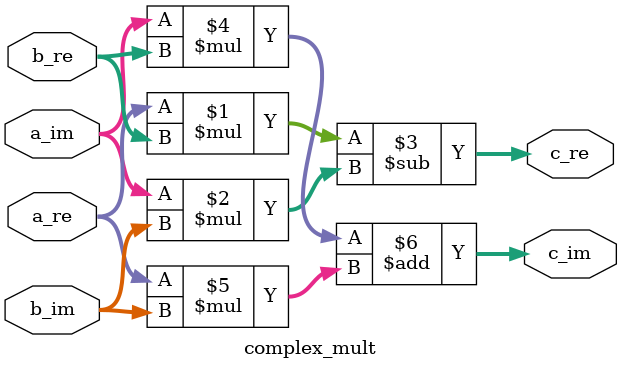
<source format=v>
module complex_mult(
    input [15:0]    a_re,
    input [15:0]    a_im,
    input [15:0]    b_re,
    input [15:0]    b_im,
    output [15:0]   c_re,
    output [15:0]   c_im
);

assign c_re = a_re * b_re - a_im * b_im;
assign c_im = a_im * b_re + a_re * b_im;

endmodule

</source>
